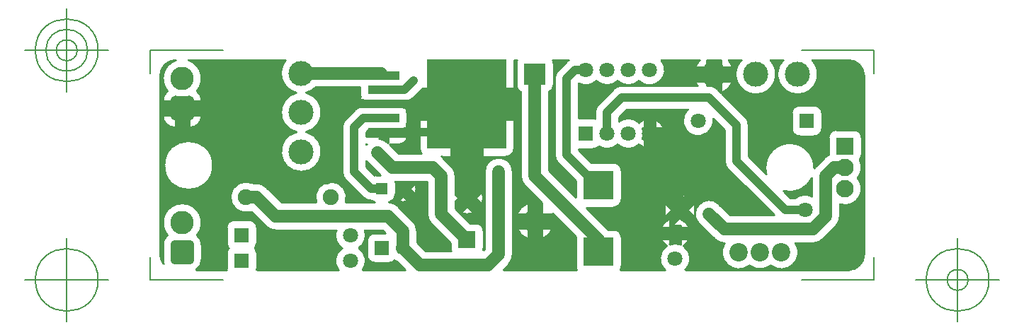
<source format=gbr>
G04 Generated by Ultiboard 14.1 *
%FSLAX34Y34*%
%MOMM*%

%ADD10C,0.0001*%
%ADD11C,0.2540*%
%ADD12C,1.5000*%
%ADD13C,1.0000*%
%ADD14C,0.1270*%
%ADD15R,1.8051X1.8051*%
%ADD16C,0.9949*%
%ADD17C,2.8000*%
%ADD18C,2.1000*%
%ADD19R,2.1000X2.1000*%
%ADD20C,1.0000*%
%ADD21C,1.8000*%
%ADD22C,1.9000*%
%ADD23R,2.6000X2.6000*%
%ADD24R,9.4500X10.7500*%
%ADD25R,3.8000X1.0000*%
%ADD26C,3.0000*%
%ADD27C,2.2000*%
%ADD28R,3.6000X3.5000*%
%ADD29C,1.7000*%
%ADD30R,1.7000X1.7000*%
%ADD31C,1.4000*%
%ADD32R,1.4000X1.4000*%
%ADD33R,1.8000X1.8000*%
%ADD34C,1.2000*%


G04 ColorRGB 00FF00 for the following layer *
%LNCopper Top*%
%LPD*%
G54D10*
G36*
X323248Y226820D02*
X323248Y226820D01*
X357320Y226820D01*
X357320Y260685D01*
X394400Y260685D01*
X394400Y226820D01*
X432425Y226820D01*
X432425Y260685D01*
X435716Y260685D01*
G74*
D01*
G03X434885Y256840I8484J3845*
G01*
X434885Y256840D01*
X434885Y230840D01*
G75*
D01*
G03X440349Y222359I9315J0*
G01*
X440349Y222359D01*
X440349Y121933D01*
G75*
D01*
G03X445284Y110004I16851J-13*
G01*
X445284Y110004D01*
X465761Y89528D01*
G74*
D01*
G03X465452Y89648I8561J21638*
G01*
X465452Y89648D01*
X465452Y76142D01*
X478958Y76142D01*
G74*
D01*
G03X478838Y76451I21758J8252*
G01*
X478838Y76451D01*
X506102Y49186D01*
G74*
D01*
G03X506085Y48620I9298J566*
G01*
X506085Y48620D01*
X506085Y13620D01*
G75*
D01*
G03X507140Y9315I9315J0*
G01*
X507140Y9315D01*
X419226Y9315D01*
X425925Y16014D01*
G75*
D01*
G03X430871Y27940I-11905J11926*
G01*
X430871Y27940D01*
X430871Y127000D01*
G75*
D01*
G03X397169Y127000I-16851J0*
G01*
X397169Y127000D01*
X397169Y34920D01*
X395531Y33282D01*
G75*
D01*
G03X395735Y35220I-9111J1938*
G01*
X395735Y35220D01*
X395735Y56220D01*
G74*
D01*
G03X386420Y65535I9315J0*
G01*
X386420Y65535D01*
X379936Y65535D01*
X362291Y83180D01*
X362291Y92006D01*
X366005Y95720D01*
X362291Y99434D01*
X362291Y121920D01*
G74*
D01*
G03X357345Y133846I16851J0*
G01*
X357345Y133846D01*
X347206Y143985D01*
G74*
D01*
G03X345836Y145215I11926J11905*
G01*
X345836Y145215D01*
X357320Y145215D01*
X357320Y189740D01*
X319295Y189740D01*
X319295Y154530D01*
G75*
D01*
G03X321166Y148931I9315J0*
G01*
X321166Y148931D01*
X294000Y148931D01*
X282966Y159965D01*
X295360Y159965D01*
G74*
D01*
G03X304675Y169204I0J9315*
G01*
X304675Y169204D01*
X281436Y169204D01*
X281436Y161495D01*
X281156Y161776D01*
G74*
D01*
G03X271284Y166587I11916J11916*
G01*
X271284Y166587D01*
X271284Y169204D01*
X255639Y169204D01*
X255639Y174401D01*
X258179Y176941D01*
X276360Y176941D01*
G74*
D01*
G03X277193Y176965I0J14339*
G01*
X277193Y176965D01*
X295360Y176965D01*
G74*
D01*
G03X301591Y179356I0J9315*
G01*
X301591Y179356D01*
X304675Y179356D01*
G74*
D01*
G03X303992Y182780I9315J76*
G01*
G75*
D01*
G03X304675Y186280I-8632J3500*
G01*
X304675Y186280D01*
X304675Y196280D01*
G74*
D01*
G03X303992Y199780I9315J0*
G01*
G74*
D01*
G03X304675Y203204I8632J3500*
G01*
X304675Y203204D01*
X301591Y203204D01*
G74*
D01*
G03X295360Y205595I6231J6924*
G01*
X295360Y205595D01*
X277193Y205595D01*
G74*
D01*
G03X276360Y205619I833J14315*
G01*
X276360Y205619D01*
X252240Y205619D01*
G75*
D01*
G03X247304Y204743I0J-14339*
G01*
G74*
D01*
G03X242101Y201419I4936J13463*
G01*
X242101Y201419D01*
X231161Y190479D01*
G75*
D01*
G03X226961Y180322I10139J-10139*
G01*
X226961Y180322D01*
X226961Y127009D01*
G75*
D01*
G03X231161Y116861I14339J-9*
G01*
X231161Y116861D01*
X251481Y96541D01*
G74*
D01*
G03X261584Y92341I10139J10139*
G01*
G74*
D01*
G03X265677Y90511I5736J7339*
G01*
X265677Y90511D01*
X231142Y90511D01*
G75*
D01*
G03X195578Y90511I-17782J6009*
G01*
X195578Y90511D01*
X154300Y90511D01*
X136386Y108425D01*
G74*
D01*
G03X130561Y112228I11926J11905*
G01*
G75*
D01*
G03X124445Y113371I-6101J-15708*
G01*
X124445Y113371D01*
X120028Y113371D01*
G75*
D01*
G03X118244Y78905I-8268J-16851*
G01*
X118244Y78905D01*
X135404Y61744D01*
G74*
D01*
G03X146191Y56847I11916J11916*
G01*
G75*
D01*
G03X147320Y56809I1129J16813*
G01*
X147320Y56809D01*
X219426Y56809D01*
G75*
D01*
G03X226604Y35560I17254J-6009*
G01*
G75*
D01*
G03X222096Y9315I10076J-15240*
G01*
X222096Y9315D01*
X124776Y9315D01*
G75*
D01*
G03X124995Y11320I-9096J2005*
G01*
X124995Y11320D01*
X124995Y29320D01*
G74*
D01*
G03X122596Y35560I9315J0*
G01*
G75*
D01*
G03X124995Y41800I-6916J6240*
G01*
X124995Y41800D01*
X124995Y59800D01*
G74*
D01*
G03X115680Y69115I9315J0*
G01*
X115680Y69115D01*
X97680Y69115D01*
G75*
D01*
G03X88365Y59800I0J-9315*
G01*
X88365Y59800D01*
X88365Y41800D01*
G75*
D01*
G03X90764Y35560I9315J0*
G01*
G74*
D01*
G03X88365Y29320I6916J6240*
G01*
X88365Y29320D01*
X88365Y11320D01*
G75*
D01*
G03X88584Y9315I9315J0*
G01*
X88584Y9315D01*
X52169Y9315D01*
G75*
D01*
G03X58899Y21455I-7584J12140*
G01*
X58899Y21455D01*
X58899Y39505D01*
G74*
D01*
G03X53238Y50908I14314J0*
G01*
G75*
D01*
G03X17882Y50908I-17678J15132*
G01*
G74*
D01*
G03X12221Y39505I8653J11403*
G01*
X12221Y39505D01*
X12221Y21455D01*
G75*
D01*
G03X12958Y16922I14314J0*
G01*
G74*
D01*
G02X9303Y27580I15097J11133*
G01*
G75*
D01*
G03X9315Y28055I-9303J475*
G01*
X9315Y28055D01*
X9315Y241945D01*
G74*
D01*
G03X9303Y242420I9315J0*
G01*
G74*
D01*
G02X27580Y260697I18752J475*
G01*
G74*
D01*
G03X27776Y260689I475J9303*
G01*
G75*
D01*
G03X17882Y223628I7784J-21929*
G01*
G74*
D01*
G03X12221Y212225I8653J11403*
G01*
X12221Y212225D01*
X12221Y211476D01*
X27284Y211476D01*
X27284Y217011D01*
G75*
D01*
G03X43836Y217011I8276J21749*
G01*
X43836Y217011D01*
X43836Y211476D01*
X58899Y211476D01*
X58899Y212225D01*
G74*
D01*
G03X53238Y223628I14314J0*
G01*
G75*
D01*
G03X43356Y260685I-17678J15132*
G01*
X43356Y260685D01*
X159179Y260685D01*
G75*
D01*
G03X171735Y221620I18621J-15565*
G01*
G75*
D01*
G03X171735Y174620I6065J-23500*
G01*
G75*
D01*
G03X183865Y174620I6065J-23500*
G01*
G75*
D01*
G03X183865Y221620I-6065J23500*
G01*
G74*
D01*
G03X195266Y228269I6065J23500*
G01*
X195266Y228269D01*
X248045Y228269D01*
X248045Y220280D01*
G75*
D01*
G03X248728Y216780I9315J0*
G01*
G74*
D01*
G03X248045Y213356I8632J3500*
G01*
X248045Y213356D01*
X251129Y213356D01*
G75*
D01*
G03X257360Y210965I6231J6924*
G01*
X257360Y210965D01*
X275527Y210965D01*
G75*
D01*
G03X276360Y210941I833J14315*
G01*
X276360Y210941D01*
X301480Y210941D01*
G74*
D01*
G03X311629Y215151I0J14339*
G01*
X311629Y215151D01*
X322559Y226081D01*
G74*
D01*
G03X323248Y226820I10139J10139*
G01*
D02*
G37*
%LPC*%
G36*
X465452Y46132D02*
G74*
D01*
G03X478958Y59638I8252J21758*
G01*
X478958Y59638D01*
X465452Y59638D01*
X465452Y46132D01*
D02*
G37*
G36*
X13910Y134620D02*
G75*
D01*
G03X13910Y134620I29270J0*
G01*
D02*
G37*
G36*
X26535Y179861D02*
X26535Y179861D01*
X27284Y179861D01*
X27284Y194924D01*
X12221Y194924D01*
X12221Y194175D01*
G75*
D01*
G03X26535Y179861I14314J0*
G01*
D02*
G37*
G36*
X44585Y179861D02*
G75*
D01*
G03X58899Y194175I0J14314*
G01*
X58899Y194175D01*
X58899Y194924D01*
X43836Y194924D01*
X43836Y179861D01*
X44585Y179861D01*
D02*
G37*
G36*
X29060Y203200D02*
G75*
D01*
G03X29060Y203200I6500J0*
G01*
D02*
G37*
G36*
X384034Y77692D02*
X384034Y77692D01*
X375920Y85805D01*
X367806Y77692D01*
G75*
D01*
G03X384034Y77692I8114J18028*
G01*
D02*
G37*
G36*
X370420Y95720D02*
G75*
D01*
G03X370420Y95720I5500J0*
G01*
D02*
G37*
G36*
X393948Y103834D02*
X393948Y103834D01*
X385835Y95720D01*
X393948Y87606D01*
G75*
D01*
G03X393948Y103834I-18028J8114*
G01*
D02*
G37*
G36*
X423110Y145215D02*
G75*
D01*
G03X432425Y154530I0J9315*
G01*
X432425Y154530D01*
X432425Y189740D01*
X394400Y189740D01*
X394400Y145215D01*
X423110Y145215D01*
D02*
G37*
G36*
X448200Y67890D02*
G75*
D01*
G03X448200Y67890I9000J0*
G01*
D02*
G37*
G36*
X435442Y76142D02*
X435442Y76142D01*
X448948Y76142D01*
X448948Y89648D01*
G74*
D01*
G03X435442Y76142I8252J21758*
G01*
D02*
G37*
G36*
X448948Y46132D02*
X448948Y46132D01*
X448948Y59638D01*
X435442Y59638D01*
G74*
D01*
G03X448948Y46132I21758J8252*
G01*
D02*
G37*
G36*
X367806Y113748D02*
X367806Y113748D01*
X375920Y105635D01*
X384034Y113748D01*
G75*
D01*
G03X367806Y113748I-8114J-18028*
G01*
D02*
G37*
%LPD*%
G36*
X581660Y235786D02*
G75*
D01*
G02X556260Y235786I-12700J13134*
G01*
G75*
D01*
G02X530860Y235786I-12700J13134*
G01*
G75*
D01*
G02X509639Y232759I-12700J13134*
G01*
X509639Y232759D01*
X509639Y191035D01*
X527160Y191035D01*
G74*
D01*
G02X529221Y190804I0J9315*
G01*
X529221Y190804D01*
X529221Y198109D01*
G75*
D01*
G02X533421Y208259I14339J11*
G01*
X533421Y208259D01*
X551201Y226039D01*
G75*
D01*
G02X561345Y230239I10139J-10139*
G01*
X561345Y230239D01*
X651259Y230239D01*
G74*
D01*
G02X648667Y235234I20101J13601*
G01*
X648667Y235234D01*
X662754Y235234D01*
X662754Y230239D01*
X665480Y230239D01*
G74*
D01*
G02X675629Y226029I0J14339*
G01*
X675629Y226029D01*
X679966Y221692D01*
X679966Y235234D01*
X694053Y235234D01*
G74*
D01*
G02X680359Y221300I22693J8606*
G01*
X680359Y221300D01*
X708629Y193029D01*
G74*
D01*
G02X712839Y182880I10129J10149*
G01*
X712839Y182880D01*
X712839Y145639D01*
X733640Y124839D01*
G75*
D01*
G02X791263Y131421I28360J7241*
G01*
G74*
D01*
G02X793264Y133836I13917J9501*
G01*
X793264Y133836D01*
X803424Y143996D01*
G74*
D01*
G02X808225Y147355I11916J11916*
G01*
X808225Y147355D01*
X808225Y167980D01*
G75*
D01*
G02X817540Y177295I9315J0*
G01*
X817540Y177295D01*
X838540Y177295D01*
G74*
D01*
G02X847855Y167980I0J9315*
G01*
X847855Y167980D01*
X847855Y146980D01*
G75*
D01*
G02X845683Y141001I-9315J0*
G01*
G75*
D01*
G02X843191Y119380I-17643J-8921*
G01*
G75*
D01*
G02X822031Y87845I-15151J-12700*
G01*
X822031Y87845D01*
X822031Y73660D01*
G75*
D01*
G02X817085Y61734I-16851J0*
G01*
X817085Y61734D01*
X801686Y46335D01*
G74*
D01*
G02X791175Y41448I11926J11905*
G01*
G75*
D01*
G02X789754Y41389I-1415J16792*
G01*
X789754Y41389D01*
X768924Y41389D01*
G75*
D01*
G02X739140Y14682I-17084J-10909*
G01*
G75*
D01*
G02X713740Y14682I-12700J15798*
G01*
G75*
D01*
G02X683956Y41389I-12700J15798*
G01*
X683956Y41389D01*
X683440Y41389D01*
G75*
D01*
G02X679021Y41978I0J16851*
G01*
G74*
D01*
G02X671525Y46324I4419J16262*
G01*
X671525Y46324D01*
X653564Y64284D01*
G75*
D01*
G02X677396Y88116I11916J11916*
G01*
X677396Y88116D01*
X690420Y75091D01*
X742831Y75091D01*
X710685Y107236D01*
X710685Y107236D01*
X688361Y129561D01*
G75*
D01*
G02X684161Y139711I10139J10139*
G01*
X684161Y139711D01*
X684161Y176941D01*
X670380Y190721D01*
G75*
D01*
G02X640121Y201561I-18060J-2761*
G01*
X640121Y201561D01*
X567279Y201561D01*
X557899Y192181D01*
X557899Y187261D01*
G75*
D01*
G02X581660Y185854I11061J-14541*
G01*
G74*
D01*
G02X587881Y189803I12700J13134*
G01*
X587881Y189803D01*
X587881Y179199D01*
X586043Y179199D01*
G75*
D01*
G02X586043Y166241I-17083J-6479*
G01*
X586043Y166241D01*
X587881Y166241D01*
X587881Y155637D01*
G74*
D01*
G02X581660Y159586I6479J17083*
G01*
G75*
D01*
G02X556260Y159586I-12700J13134*
G01*
G75*
D01*
G02X533853Y157242I-12700J13134*
G01*
G74*
D01*
G02X527160Y154405I6693J6478*
G01*
X527160Y154405D01*
X509639Y154405D01*
X509639Y153259D01*
X524964Y137935D01*
X551400Y137935D01*
G74*
D01*
G02X560715Y128620I0J9315*
G01*
X560715Y128620D01*
X560715Y93620D01*
G75*
D01*
G02X551400Y84305I-9315J0*
G01*
X551400Y84305D01*
X518646Y84305D01*
X545016Y57935D01*
X551400Y57935D01*
G74*
D01*
G02X560715Y48620I0J9315*
G01*
X560715Y48620D01*
X560715Y13620D01*
G74*
D01*
G02X559660Y9315I9315J0*
G01*
X559660Y9315D01*
X612579Y9315D01*
G75*
D01*
G02X614764Y38100I12261J13545*
G01*
G74*
D01*
G02X607757Y46861I10076J15240*
G01*
X607757Y46861D01*
X618361Y46861D01*
X618361Y39943D01*
G75*
D01*
G02X631319Y39943I6479J-17083*
G01*
X631319Y39943D01*
X631319Y46861D01*
X641923Y46861D01*
G74*
D01*
G02X634916Y38100I17083J6479*
G01*
G75*
D01*
G02X637101Y9315I-10076J-15240*
G01*
X637101Y9315D01*
X831945Y9315D01*
G74*
D01*
G02X832420Y9303I0J9315*
G01*
G74*
D01*
G03X850697Y27580I475J18752*
G01*
G75*
D01*
G02X850685Y28055I9303J475*
G01*
X850685Y28055D01*
X850685Y241945D01*
G74*
D01*
G02X850697Y242420I9315J0*
G01*
G74*
D01*
G03X832420Y260697I18752J475*
G01*
G74*
D01*
G02X831945Y260685I475J9303*
G01*
X831945Y260685D01*
X788832Y260685D01*
G75*
D01*
G02X753888Y260685I-17472J-16845*
G01*
X753888Y260685D01*
X738832Y260685D01*
G75*
D01*
G02X703888Y260685I-17472J-16845*
G01*
X703888Y260685D01*
X688832Y260685D01*
G74*
D01*
G02X694053Y252446I17472J16845*
G01*
X694053Y252446D01*
X679966Y252446D01*
X679966Y260685D01*
X662754Y260685D01*
X662754Y252446D01*
X648667Y252446D01*
G74*
D01*
G02X653888Y260685I22693J8606*
G01*
X653888Y260685D01*
X608338Y260685D01*
G75*
D01*
G02X581660Y235786I-13978J-11765*
G01*
D02*
G37*
%LPC*%
G36*
X664860Y243840D02*
G75*
D01*
G02X664860Y243840I6500J0*
G01*
D02*
G37*
G36*
X800635Y178960D02*
G75*
D01*
G02X791320Y169645I-9315J0*
G01*
X791320Y169645D01*
X773320Y169645D01*
G75*
D01*
G02X764005Y178960I0J9315*
G01*
X764005Y178960D01*
X764005Y196960D01*
G75*
D01*
G02X773320Y206275I9315J0*
G01*
X773320Y206275D01*
X791320Y206275D01*
G74*
D01*
G02X800635Y196960I0J9315*
G01*
X800635Y196960D01*
X800635Y178960D01*
D02*
G37*
G36*
X600839Y189803D02*
G74*
D01*
G02X611443Y179199I6479J17083*
G01*
X611443Y179199D01*
X600839Y179199D01*
X600839Y189803D01*
D02*
G37*
G36*
X589860Y172720D02*
G75*
D01*
G02X589860Y172720I4500J0*
G01*
D02*
G37*
G36*
X611443Y166241D02*
G74*
D01*
G02X600839Y155637I17083J6479*
G01*
X600839Y155637D01*
X600839Y166241D01*
X611443Y166241D01*
D02*
G37*
G36*
X639049Y99594D02*
X639049Y99594D01*
X629920Y90465D01*
X620791Y99594D01*
G75*
D01*
G02X620920Y99595I129J-9314*
G01*
X620920Y99595D01*
X638920Y99595D01*
G74*
D01*
G02X639049Y99594I0J9315*
G01*
D02*
G37*
G36*
X641923Y59819D02*
X641923Y59819D01*
X631319Y59819D01*
X631319Y62965D01*
X620920Y62965D01*
G75*
D01*
G02X620791Y62966I0J9315*
G01*
X620791Y62966D01*
X629920Y72095D01*
X631771Y70244D01*
G74*
D01*
G02X641923Y59819I6931J16904*
G01*
D02*
G37*
G36*
X625420Y81280D02*
G75*
D01*
G02X625420Y81280I4500J0*
G01*
D02*
G37*
G36*
X648234Y72151D02*
X648234Y72151D01*
X639105Y81280D01*
X648234Y90409D01*
G74*
D01*
G02X648235Y90280I9314J129*
G01*
X648235Y90280D01*
X648235Y72280D01*
G75*
D01*
G02X648234Y72151I-9315J0*
G01*
D02*
G37*
G36*
X611606Y72151D02*
G75*
D01*
G02X611605Y72280I9314J129*
G01*
X611605Y72280D01*
X611605Y90280D01*
G74*
D01*
G02X611606Y90409I9315J0*
G01*
X611606Y90409D01*
X620735Y81280D01*
X611606Y72151D01*
D02*
G37*
G36*
X620340Y53340D02*
G75*
D01*
G02X620340Y53340I4500J0*
G01*
D02*
G37*
G36*
X607757Y59819D02*
G74*
D01*
G02X618361Y70423I17083J6479*
G01*
X618361Y70423D01*
X618361Y59819D01*
X607757Y59819D01*
D02*
G37*
%LPD*%
G36*
X316171Y56280D02*
G74*
D01*
G03X311225Y68206I16851J0*
G01*
X311225Y68206D01*
X293866Y85565D01*
G74*
D01*
G03X285664Y90095I11926J11905*
G01*
G74*
D01*
G03X282827Y90488I3724J16435*
G01*
G75*
D01*
G03X290635Y99680I-1507J9192*
G01*
X290635Y99680D01*
X290635Y106154D01*
X291161Y106680D01*
X290635Y107206D01*
X290635Y113680D01*
G74*
D01*
G03X290505Y115229I9315J0*
G01*
X290505Y115229D01*
X298930Y115229D01*
X299320Y114839D01*
X299710Y115229D01*
X328300Y115229D01*
X328589Y114940D01*
X328589Y76222D01*
G75*
D01*
G03X333524Y64284I16851J-22*
G01*
X333524Y64284D01*
X356105Y41704D01*
X356105Y35220D01*
G75*
D01*
G03X356646Y32091I9315J0*
G01*
X356646Y32091D01*
X326620Y32091D01*
X316171Y42540D01*
X316171Y56280D01*
D02*
G37*
%LPC*%
G36*
X305997Y91843D02*
X305997Y91843D01*
X299320Y98521D01*
X292643Y91843D01*
G75*
D01*
G03X305997Y91843I6677J14837*
G01*
D02*
G37*
G36*
X314157Y113357D02*
X314157Y113357D01*
X307479Y106680D01*
X314157Y100003D01*
G75*
D01*
G03X314157Y113357I-14837J6677*
G01*
D02*
G37*
G36*
X295320Y106680D02*
G75*
D01*
G03X295320Y106680I4000J0*
G01*
D02*
G37*
%LPD*%
G36*
X479515Y230840D02*
G75*
D01*
G02X474051Y222359I-9315J0*
G01*
X474051Y222359D01*
X474051Y128900D01*
X506085Y96866D01*
X506085Y116256D01*
X485161Y137181D01*
G75*
D01*
G02X480961Y147339I10139J10139*
G01*
X480961Y147339D01*
X480961Y238746D01*
G75*
D01*
G02X485161Y248899I14339J14*
G01*
X485161Y248899D01*
X495321Y259059D01*
G74*
D01*
G02X497263Y260685I10139J10139*
G01*
X497263Y260685D01*
X478684Y260685D01*
G74*
D01*
G02X479515Y256840I8484J3845*
G01*
X479515Y256840D01*
X479515Y230840D01*
D02*
G37*
G36*
X251264Y9315D02*
G75*
D01*
G03X246756Y35560I-14584J11005*
G01*
G75*
D01*
G03X253934Y56809I-10076J15240*
G01*
X253934Y56809D01*
X274960Y56809D01*
X278394Y53375D01*
X265820Y53375D01*
G75*
D01*
G03X256505Y44060I0J-9315*
G01*
X256505Y44060D01*
X256505Y27060D01*
G75*
D01*
G03X265820Y17745I9315J0*
G01*
X265820Y17745D01*
X282820Y17745D01*
G74*
D01*
G03X289607Y20680I0J9315*
G01*
G74*
D01*
G03X291393Y19656I9713J14880*
G01*
X291393Y19656D01*
X301734Y9315D01*
X251264Y9315D01*
D02*
G37*
G36*
X754759Y103720D02*
G75*
D01*
G03X788329Y119292I7241J28360*
G01*
X788329Y119292D01*
X788329Y97500D01*
G75*
D01*
G03X768598Y95619I-8409J-16220*
G01*
X768598Y95619D01*
X762859Y95619D01*
X754759Y103720D01*
D02*
G37*
G36*
X265722Y122857D02*
X265722Y122857D01*
X255639Y132939D01*
X255639Y139911D01*
G74*
D01*
G03X257324Y137944I13601J9949*
G01*
X257324Y137944D01*
X272274Y122995D01*
X267320Y122995D01*
G75*
D01*
G03X265722Y122857I0J-9315*
G01*
D02*
G37*
G36*
X255639Y159809D02*
X255639Y159809D01*
X255639Y160126D01*
G74*
D01*
G03X255848Y160089I1721J9154*
G01*
G74*
D01*
G03X255639Y159809I13392J10229*
G01*
D02*
G37*
G54D11*
X664860Y243840D02*
G75*
D01*
G02X664860Y243840I6500J0*
G01*
X800635Y178960D02*
G75*
D01*
G02X791320Y169645I-9315J0*
G01*
X773320Y169645D01*
G75*
D01*
G02X764005Y178960I0J9315*
G01*
X764005Y196960D01*
G75*
D01*
G02X773320Y206275I9315J0*
G01*
X791320Y206275D01*
G74*
D01*
G02X800635Y196960I0J9315*
G01*
X800635Y178960D01*
X600839Y189803D02*
G74*
D01*
G02X611443Y179199I6479J17083*
G01*
X600839Y179199D01*
X600839Y189803D01*
X589860Y172720D02*
G75*
D01*
G02X589860Y172720I4500J0*
G01*
X611443Y166241D02*
G74*
D01*
G02X600839Y155637I17083J6479*
G01*
X600839Y166241D01*
X611443Y166241D01*
X639049Y99594D02*
X629920Y90465D01*
X620791Y99594D01*
G75*
D01*
G02X620920Y99595I129J-9314*
G01*
X638920Y99595D01*
G74*
D01*
G02X639049Y99594I0J9315*
G01*
X641923Y59819D02*
X631319Y59819D01*
X631319Y62965D01*
X620920Y62965D01*
G75*
D01*
G02X620791Y62966I0J9315*
G01*
X629920Y72095D01*
X631771Y70244D01*
G74*
D01*
G02X641923Y59819I6931J16904*
G01*
X625420Y81280D02*
G75*
D01*
G02X625420Y81280I4500J0*
G01*
X648234Y72151D02*
X639105Y81280D01*
X648234Y90409D01*
G74*
D01*
G02X648235Y90280I9314J129*
G01*
X648235Y72280D01*
G75*
D01*
G02X648234Y72151I-9315J0*
G01*
X611606Y72151D02*
G75*
D01*
G02X611605Y72280I9314J129*
G01*
X611605Y90280D01*
G74*
D01*
G02X611606Y90409I9315J0*
G01*
X620735Y81280D01*
X611606Y72151D01*
X620340Y53340D02*
G75*
D01*
G02X620340Y53340I4500J0*
G01*
X607757Y59819D02*
G74*
D01*
G02X618361Y70423I17083J6479*
G01*
X618361Y59819D01*
X607757Y59819D01*
X581660Y235786D02*
G75*
D01*
G02X556260Y235786I-12700J13134*
G01*
G75*
D01*
G02X530860Y235786I-12700J13134*
G01*
G75*
D01*
G02X509639Y232759I-12700J13134*
G01*
X509639Y191035D01*
X527160Y191035D01*
G74*
D01*
G02X529221Y190804I0J9315*
G01*
X529221Y198109D01*
G75*
D01*
G02X533421Y208259I14339J11*
G01*
X551201Y226039D01*
G75*
D01*
G02X561345Y230239I10139J-10139*
G01*
X651259Y230239D01*
G74*
D01*
G02X648667Y235234I20101J13601*
G01*
X662754Y235234D01*
X662754Y230239D01*
X665480Y230239D01*
G74*
D01*
G02X675629Y226029I0J14339*
G01*
X679966Y221692D01*
X679966Y235234D01*
X694053Y235234D01*
G74*
D01*
G02X680359Y221300I22693J8606*
G01*
X708629Y193029D01*
G74*
D01*
G02X712839Y182880I10129J10149*
G01*
X712839Y145639D01*
X733640Y124839D01*
G75*
D01*
G02X791263Y131421I28360J7241*
G01*
G74*
D01*
G02X793264Y133836I13917J9501*
G01*
X803424Y143996D01*
G74*
D01*
G02X808225Y147355I11916J11916*
G01*
X808225Y167980D01*
G75*
D01*
G02X817540Y177295I9315J0*
G01*
X838540Y177295D01*
G74*
D01*
G02X847855Y167980I0J9315*
G01*
X847855Y146980D01*
G75*
D01*
G02X845683Y141001I-9315J0*
G01*
G75*
D01*
G02X843191Y119380I-17643J-8921*
G01*
G75*
D01*
G02X822031Y87845I-15151J-12700*
G01*
X822031Y73660D01*
G75*
D01*
G02X817085Y61734I-16851J0*
G01*
X801686Y46335D01*
G74*
D01*
G02X791175Y41448I11926J11905*
G01*
G75*
D01*
G02X789754Y41389I-1415J16792*
G01*
X768924Y41389D01*
G75*
D01*
G02X739140Y14682I-17084J-10909*
G01*
G75*
D01*
G02X713740Y14682I-12700J15798*
G01*
G75*
D01*
G02X683956Y41389I-12700J15798*
G01*
X683440Y41389D01*
G75*
D01*
G02X679021Y41978I0J16851*
G01*
G74*
D01*
G02X671525Y46324I4419J16262*
G01*
X653564Y64284D01*
G75*
D01*
G02X677396Y88116I11916J11916*
G01*
X690420Y75091D01*
X742831Y75091D01*
X710685Y107236D01*
X710685Y107236D01*
X688361Y129561D01*
G75*
D01*
G02X684161Y139711I10139J10139*
G01*
X684161Y176941D01*
X670380Y190721D01*
G75*
D01*
G02X640121Y201561I-18060J-2761*
G01*
X567279Y201561D01*
X557899Y192181D01*
X557899Y187261D01*
G75*
D01*
G02X581660Y185854I11061J-14541*
G01*
G74*
D01*
G02X587881Y189803I12700J13134*
G01*
X587881Y179199D01*
X586043Y179199D01*
G75*
D01*
G02X586043Y166241I-17083J-6479*
G01*
X587881Y166241D01*
X587881Y155637D01*
G74*
D01*
G02X581660Y159586I6479J17083*
G01*
G75*
D01*
G02X556260Y159586I-12700J13134*
G01*
G75*
D01*
G02X533853Y157242I-12700J13134*
G01*
G74*
D01*
G02X527160Y154405I6693J6478*
G01*
X509639Y154405D01*
X509639Y153259D01*
X524964Y137935D01*
X551400Y137935D01*
G74*
D01*
G02X560715Y128620I0J9315*
G01*
X560715Y93620D01*
G75*
D01*
G02X551400Y84305I-9315J0*
G01*
X518646Y84305D01*
X545016Y57935D01*
X551400Y57935D01*
G74*
D01*
G02X560715Y48620I0J9315*
G01*
X560715Y13620D01*
G74*
D01*
G02X559660Y9315I9315J0*
G01*
X612579Y9315D01*
G75*
D01*
G02X614764Y38100I12261J13545*
G01*
G74*
D01*
G02X607757Y46861I10076J15240*
G01*
X618361Y46861D01*
X618361Y39943D01*
G75*
D01*
G02X631319Y39943I6479J-17083*
G01*
X631319Y46861D01*
X641923Y46861D01*
G74*
D01*
G02X634916Y38100I17083J6479*
G01*
G75*
D01*
G02X637101Y9315I-10076J-15240*
G01*
X831945Y9315D01*
G74*
D01*
G02X832420Y9303I0J9315*
G01*
G74*
D01*
G03X850697Y27580I475J18752*
G01*
G75*
D01*
G02X850685Y28055I9303J475*
G01*
X850685Y241945D01*
G74*
D01*
G02X850697Y242420I9315J0*
G01*
G74*
D01*
G03X832420Y260697I18752J475*
G01*
G74*
D01*
G02X831945Y260685I475J9303*
G01*
X788832Y260685D01*
G75*
D01*
G02X753888Y260685I-17472J-16845*
G01*
X738832Y260685D01*
G75*
D01*
G02X703888Y260685I-17472J-16845*
G01*
X688832Y260685D01*
G74*
D01*
G02X694053Y252446I17472J16845*
G01*
X679966Y252446D01*
X679966Y260685D01*
X662754Y260685D01*
X662754Y252446D01*
X648667Y252446D01*
G74*
D01*
G02X653888Y260685I22693J8606*
G01*
X608338Y260685D01*
G75*
D01*
G02X581660Y235786I-13978J-11765*
G01*
X465452Y46132D02*
G74*
D01*
G03X478958Y59638I8252J21758*
G01*
X465452Y59638D01*
X465452Y46132D01*
X13910Y134620D02*
G75*
D01*
G03X13910Y134620I29270J0*
G01*
X26535Y179861D02*
X27284Y179861D01*
X27284Y194924D01*
X12221Y194924D01*
X12221Y194175D01*
G75*
D01*
G03X26535Y179861I14314J0*
G01*
X44585Y179861D02*
G75*
D01*
G03X58899Y194175I0J14314*
G01*
X58899Y194924D01*
X43836Y194924D01*
X43836Y179861D01*
X44585Y179861D01*
X29060Y203200D02*
G75*
D01*
G03X29060Y203200I6500J0*
G01*
X384034Y77692D02*
X375920Y85805D01*
X367806Y77692D01*
G75*
D01*
G03X384034Y77692I8114J18028*
G01*
X370420Y95720D02*
G75*
D01*
G03X370420Y95720I5500J0*
G01*
X393948Y103834D02*
X385835Y95720D01*
X393948Y87606D01*
G75*
D01*
G03X393948Y103834I-18028J8114*
G01*
X423110Y145215D02*
G75*
D01*
G03X432425Y154530I0J9315*
G01*
X432425Y189740D01*
X394400Y189740D01*
X394400Y145215D01*
X423110Y145215D01*
X448200Y67890D02*
G75*
D01*
G03X448200Y67890I9000J0*
G01*
X435442Y76142D02*
X448948Y76142D01*
X448948Y89648D01*
G74*
D01*
G03X435442Y76142I8252J21758*
G01*
X448948Y46132D02*
X448948Y59638D01*
X435442Y59638D01*
G74*
D01*
G03X448948Y46132I21758J8252*
G01*
X367806Y113748D02*
X375920Y105635D01*
X384034Y113748D01*
G75*
D01*
G03X367806Y113748I-8114J-18028*
G01*
X323248Y226820D02*
X357320Y226820D01*
X357320Y260685D01*
X394400Y260685D01*
X394400Y226820D01*
X432425Y226820D01*
X432425Y260685D01*
X435716Y260685D01*
G74*
D01*
G03X434885Y256840I8484J3845*
G01*
X434885Y230840D01*
G75*
D01*
G03X440349Y222359I9315J0*
G01*
X440349Y121933D01*
G75*
D01*
G03X445284Y110004I16851J-13*
G01*
X465761Y89528D01*
G74*
D01*
G03X465452Y89648I8561J21638*
G01*
X465452Y76142D01*
X478958Y76142D01*
G74*
D01*
G03X478838Y76451I21758J8252*
G01*
X506102Y49186D01*
G74*
D01*
G03X506085Y48620I9298J566*
G01*
X506085Y13620D01*
G75*
D01*
G03X507140Y9315I9315J0*
G01*
X419226Y9315D01*
X425925Y16014D01*
G75*
D01*
G03X430871Y27940I-11905J11926*
G01*
X430871Y127000D01*
G75*
D01*
G03X397169Y127000I-16851J0*
G01*
X397169Y34920D01*
X395531Y33282D01*
G75*
D01*
G03X395735Y35220I-9111J1938*
G01*
X395735Y56220D01*
G74*
D01*
G03X386420Y65535I9315J0*
G01*
X379936Y65535D01*
X362291Y83180D01*
X362291Y92006D01*
X366005Y95720D01*
X362291Y99434D01*
X362291Y121920D01*
G74*
D01*
G03X357345Y133846I16851J0*
G01*
X347206Y143985D01*
G74*
D01*
G03X345836Y145215I11926J11905*
G01*
X357320Y145215D01*
X357320Y189740D01*
X319295Y189740D01*
X319295Y154530D01*
G75*
D01*
G03X321166Y148931I9315J0*
G01*
X294000Y148931D01*
X282966Y159965D01*
X295360Y159965D01*
G74*
D01*
G03X304675Y169204I0J9315*
G01*
X281436Y169204D01*
X281436Y161495D01*
X281156Y161776D01*
G74*
D01*
G03X271284Y166587I11916J11916*
G01*
X271284Y169204D01*
X255639Y169204D01*
X255639Y174401D01*
X258179Y176941D01*
X276360Y176941D01*
G74*
D01*
G03X277193Y176965I0J14339*
G01*
X295360Y176965D01*
G74*
D01*
G03X301591Y179356I0J9315*
G01*
X304675Y179356D01*
G74*
D01*
G03X303992Y182780I9315J76*
G01*
G75*
D01*
G03X304675Y186280I-8632J3500*
G01*
X304675Y196280D01*
G74*
D01*
G03X303992Y199780I9315J0*
G01*
G74*
D01*
G03X304675Y203204I8632J3500*
G01*
X301591Y203204D01*
G74*
D01*
G03X295360Y205595I6231J6924*
G01*
X277193Y205595D01*
G74*
D01*
G03X276360Y205619I833J14315*
G01*
X252240Y205619D01*
G75*
D01*
G03X247304Y204743I0J-14339*
G01*
G74*
D01*
G03X242101Y201419I4936J13463*
G01*
X231161Y190479D01*
G75*
D01*
G03X226961Y180322I10139J-10139*
G01*
X226961Y127009D01*
G75*
D01*
G03X231161Y116861I14339J-9*
G01*
X251481Y96541D01*
G74*
D01*
G03X261584Y92341I10139J10139*
G01*
G74*
D01*
G03X265677Y90511I5736J7339*
G01*
X231142Y90511D01*
G75*
D01*
G03X195578Y90511I-17782J6009*
G01*
X154300Y90511D01*
X136386Y108425D01*
G74*
D01*
G03X130561Y112228I11926J11905*
G01*
G75*
D01*
G03X124445Y113371I-6101J-15708*
G01*
X120028Y113371D01*
G75*
D01*
G03X118244Y78905I-8268J-16851*
G01*
X135404Y61744D01*
G74*
D01*
G03X146191Y56847I11916J11916*
G01*
G75*
D01*
G03X147320Y56809I1129J16813*
G01*
X219426Y56809D01*
G75*
D01*
G03X226604Y35560I17254J-6009*
G01*
G75*
D01*
G03X222096Y9315I10076J-15240*
G01*
X124776Y9315D01*
G75*
D01*
G03X124995Y11320I-9096J2005*
G01*
X124995Y29320D01*
G74*
D01*
G03X122596Y35560I9315J0*
G01*
G75*
D01*
G03X124995Y41800I-6916J6240*
G01*
X124995Y59800D01*
G74*
D01*
G03X115680Y69115I9315J0*
G01*
X97680Y69115D01*
G75*
D01*
G03X88365Y59800I0J-9315*
G01*
X88365Y41800D01*
G75*
D01*
G03X90764Y35560I9315J0*
G01*
G74*
D01*
G03X88365Y29320I6916J6240*
G01*
X88365Y11320D01*
G75*
D01*
G03X88584Y9315I9315J0*
G01*
X52169Y9315D01*
G75*
D01*
G03X58899Y21455I-7584J12140*
G01*
X58899Y39505D01*
G74*
D01*
G03X53238Y50908I14314J0*
G01*
G75*
D01*
G03X17882Y50908I-17678J15132*
G01*
G74*
D01*
G03X12221Y39505I8653J11403*
G01*
X12221Y21455D01*
G75*
D01*
G03X12958Y16922I14314J0*
G01*
G74*
D01*
G02X9303Y27580I15097J11133*
G01*
G75*
D01*
G03X9315Y28055I-9303J475*
G01*
X9315Y241945D01*
G74*
D01*
G03X9303Y242420I9315J0*
G01*
G74*
D01*
G02X27580Y260697I18752J475*
G01*
G74*
D01*
G03X27776Y260689I475J9303*
G01*
G75*
D01*
G03X17882Y223628I7784J-21929*
G01*
G74*
D01*
G03X12221Y212225I8653J11403*
G01*
X12221Y211476D01*
X27284Y211476D01*
X27284Y217011D01*
G75*
D01*
G03X43836Y217011I8276J21749*
G01*
X43836Y211476D01*
X58899Y211476D01*
X58899Y212225D01*
G74*
D01*
G03X53238Y223628I14314J0*
G01*
G75*
D01*
G03X43356Y260685I-17678J15132*
G01*
X159179Y260685D01*
G75*
D01*
G03X171735Y221620I18621J-15565*
G01*
G75*
D01*
G03X171735Y174620I6065J-23500*
G01*
G75*
D01*
G03X183865Y174620I6065J-23500*
G01*
G75*
D01*
G03X183865Y221620I-6065J23500*
G01*
G74*
D01*
G03X195266Y228269I6065J23500*
G01*
X248045Y228269D01*
X248045Y220280D01*
G75*
D01*
G03X248728Y216780I9315J0*
G01*
G74*
D01*
G03X248045Y213356I8632J3500*
G01*
X251129Y213356D01*
G75*
D01*
G03X257360Y210965I6231J6924*
G01*
X275527Y210965D01*
G75*
D01*
G03X276360Y210941I833J14315*
G01*
X301480Y210941D01*
G74*
D01*
G03X311629Y215151I0J14339*
G01*
X322559Y226081D01*
G74*
D01*
G03X323248Y226820I10139J10139*
G01*
X255639Y159809D02*
X255639Y160126D01*
G74*
D01*
G03X255848Y160089I1721J9154*
G01*
G74*
D01*
G03X255639Y159809I13392J10229*
G01*
X479515Y230840D02*
G75*
D01*
G02X474051Y222359I-9315J0*
G01*
X474051Y128900D01*
X506085Y96866D01*
X506085Y116256D01*
X485161Y137181D01*
G75*
D01*
G02X480961Y147339I10139J10139*
G01*
X480961Y238746D01*
G75*
D01*
G02X485161Y248899I14339J14*
G01*
X495321Y259059D01*
G74*
D01*
G02X497263Y260685I10139J10139*
G01*
X478684Y260685D01*
G74*
D01*
G02X479515Y256840I8484J3845*
G01*
X479515Y230840D01*
X251264Y9315D02*
G75*
D01*
G03X246756Y35560I-14584J11005*
G01*
G75*
D01*
G03X253934Y56809I-10076J15240*
G01*
X274960Y56809D01*
X278394Y53375D01*
X265820Y53375D01*
G75*
D01*
G03X256505Y44060I0J-9315*
G01*
X256505Y27060D01*
G75*
D01*
G03X265820Y17745I9315J0*
G01*
X282820Y17745D01*
G74*
D01*
G03X289607Y20680I0J9315*
G01*
G74*
D01*
G03X291393Y19656I9713J14880*
G01*
X301734Y9315D01*
X251264Y9315D01*
X305997Y91843D02*
X299320Y98521D01*
X292643Y91843D01*
G75*
D01*
G03X305997Y91843I6677J14837*
G01*
X314157Y113357D02*
X307479Y106680D01*
X314157Y100003D01*
G75*
D01*
G03X314157Y113357I-14837J6677*
G01*
X295320Y106680D02*
G75*
D01*
G03X295320Y106680I4000J0*
G01*
X316171Y56280D02*
G74*
D01*
G03X311225Y68206I16851J0*
G01*
X293866Y85565D01*
G74*
D01*
G03X285664Y90095I11926J11905*
G01*
G74*
D01*
G03X282827Y90488I3724J16435*
G01*
G75*
D01*
G03X290635Y99680I-1507J9192*
G01*
X290635Y106154D01*
X291161Y106680D01*
X290635Y107206D01*
X290635Y113680D01*
G74*
D01*
G03X290505Y115229I9315J0*
G01*
X298930Y115229D01*
X299320Y114839D01*
X299710Y115229D01*
X328300Y115229D01*
X328589Y114940D01*
X328589Y76222D01*
G75*
D01*
G03X333524Y64284I16851J-22*
G01*
X356105Y41704D01*
X356105Y35220D01*
G75*
D01*
G03X356646Y32091I9315J0*
G01*
X326620Y32091D01*
X316171Y42540D01*
X316171Y56280D01*
X754759Y103720D02*
G75*
D01*
G03X788329Y119292I7241J28360*
G01*
X788329Y97500D01*
G75*
D01*
G03X768598Y95619I-8409J-16220*
G01*
X762859Y95619D01*
X754759Y103720D01*
X265722Y122857D02*
X255639Y132939D01*
X255639Y139911D01*
G74*
D01*
G03X257324Y137944I13601J9949*
G01*
X272274Y122995D01*
X267320Y122995D01*
G75*
D01*
G03X265722Y122857I0J-9315*
G01*
G54D12*
X375920Y95720D02*
X375920Y208220D01*
X177800Y245120D02*
X273520Y245120D01*
X106680Y203200D02*
X132080Y177800D01*
X35560Y203200D02*
X106680Y203200D01*
X457200Y121920D02*
X533400Y45720D01*
X457200Y243840D02*
X457200Y121920D01*
X533400Y45720D02*
X533400Y31120D01*
X218260Y129360D02*
X218260Y177620D01*
X208280Y119380D02*
X218260Y129360D01*
X299320Y56280D02*
X299320Y35560D01*
X124460Y96520D02*
X111760Y96520D01*
X132080Y139207D02*
X151907Y119380D01*
X208280Y119380D01*
X132080Y177800D02*
X132080Y139207D01*
X299320Y56280D02*
X281940Y73660D01*
X147320Y73660D01*
X124460Y96520D01*
X345440Y76200D02*
X345440Y121920D01*
X375920Y45720D02*
X345440Y76200D01*
X345440Y121920D02*
X335280Y132080D01*
X287020Y132080D01*
X269240Y149860D01*
X828040Y132080D02*
X815340Y132080D01*
X805180Y121920D01*
X414020Y127000D02*
X414020Y27940D01*
X401320Y15240D01*
X319640Y15240D01*
X299320Y35560D01*
X683440Y58240D02*
X665480Y76200D01*
X805180Y73660D02*
X789760Y58240D01*
X805180Y121920D02*
X805180Y73660D01*
X789760Y58240D02*
X683440Y58240D01*
G54D13*
X276360Y174280D02*
X341860Y174280D01*
X375860Y208280D01*
X276360Y191280D02*
X252240Y191280D01*
X261620Y106680D02*
X274320Y106680D01*
X241300Y180340D02*
X241300Y127000D01*
X252240Y191280D02*
X241300Y180340D01*
X241300Y127000D02*
X261620Y106680D01*
X276360Y225280D02*
X301480Y225280D01*
X312420Y236220D01*
X505460Y248920D02*
X518160Y248920D01*
X495300Y238760D02*
X505460Y248920D01*
X531500Y111120D02*
X495300Y147320D01*
X533400Y111120D02*
X531500Y111120D01*
X495300Y147320D02*
X495300Y238760D01*
X218260Y192860D02*
X218260Y177620D01*
X233680Y208280D02*
X218260Y192860D01*
X233680Y208280D02*
X375860Y208280D01*
X594360Y172720D02*
X629920Y137160D01*
X698500Y182880D02*
X698500Y139700D01*
X665480Y215900D02*
X698500Y182880D01*
X543560Y198120D02*
X561340Y215900D01*
X543560Y172720D02*
X543560Y198120D01*
X561340Y215900D02*
X665480Y215900D01*
X629920Y137160D02*
X629920Y81280D01*
X698500Y139700D02*
X756920Y81280D01*
X779920Y81280D01*
G54D14*
X-2540Y-2540D02*
X-2540Y24968D01*
X-2540Y-2540D02*
X83968Y-2540D01*
X862540Y-2540D02*
X776032Y-2540D01*
X862540Y-2540D02*
X862540Y24968D01*
X862540Y272540D02*
X862540Y245032D01*
X862540Y272540D02*
X776032Y272540D01*
X-2540Y272540D02*
X83968Y272540D01*
X-2540Y272540D02*
X-2540Y245032D01*
X-52540Y-2540D02*
X-152540Y-2540D01*
X-102540Y-52540D02*
X-102540Y47460D01*
X-140040Y-2540D02*
G75*
D01*
G02X-140040Y-2540I37500J0*
G01*
X912540Y-2540D02*
X1012540Y-2540D01*
X962540Y-52540D02*
X962540Y47460D01*
X925040Y-2540D02*
G75*
D01*
G02X925040Y-2540I37500J0*
G01*
X950040Y-2540D02*
G75*
D01*
G02X950040Y-2540I12500J0*
G01*
X-52540Y272540D02*
X-152540Y272540D01*
X-102540Y222540D02*
X-102540Y322540D01*
X-140040Y272540D02*
G75*
D01*
G02X-140040Y272540I37500J0*
G01*
X-127540Y272540D02*
G75*
D01*
G02X-127540Y272540I25000J0*
G01*
X-115040Y272540D02*
G75*
D01*
G02X-115040Y272540I12500J0*
G01*
G54D15*
X35560Y203200D03*
X35560Y30480D03*
G54D16*
X26535Y194175D02*
X44585Y194175D01*
X44585Y212225D01*
X26535Y212225D01*
X26535Y194175D01*D02*
X26535Y21455D02*
X44585Y21455D01*
X44585Y39505D01*
X26535Y39505D01*
X26535Y21455D01*D02*
G54D17*
X35560Y238760D03*
X35560Y66040D03*
X457200Y67890D03*
G54D18*
X828040Y106680D03*
X828040Y132080D03*
X375920Y95720D03*
G54D19*
X828040Y157480D03*
X375920Y45720D03*
G54D20*
X312420Y236220D03*
X269240Y149860D03*
G54D21*
X624840Y22860D03*
X624840Y53340D03*
X236680Y50800D03*
X236680Y20320D03*
X518160Y248920D03*
X543560Y248920D03*
X543560Y172720D03*
X568960Y248920D03*
X568960Y172720D03*
X594360Y248920D03*
X594360Y172720D03*
X652320Y187960D03*
X779920Y81280D03*
G54D22*
X111760Y96520D03*
X213360Y96520D03*
G54D23*
X457200Y243840D03*
G54D24*
X375860Y208280D03*
G54D25*
X276360Y174280D03*
X276360Y191280D03*
X276360Y208280D03*
X276360Y225280D03*
X276360Y242280D03*
G54D26*
X177800Y151120D03*
X177800Y245120D03*
X177800Y198120D03*
X671360Y243840D03*
X721360Y243840D03*
X771360Y243840D03*
G54D27*
X701040Y30480D03*
X726440Y30480D03*
X751840Y30480D03*
G54D28*
X533400Y111120D03*
X533400Y31120D03*
G54D29*
X299320Y35560D03*
G54D30*
X274320Y35560D03*
G54D31*
X299320Y106680D03*
G54D32*
X274320Y106680D03*
G54D33*
X106680Y50800D03*
X106680Y20320D03*
X518160Y172720D03*
X782320Y187960D03*
X629920Y81280D03*
G54D34*
X414020Y127000D03*
X665480Y76200D03*

M02*

</source>
